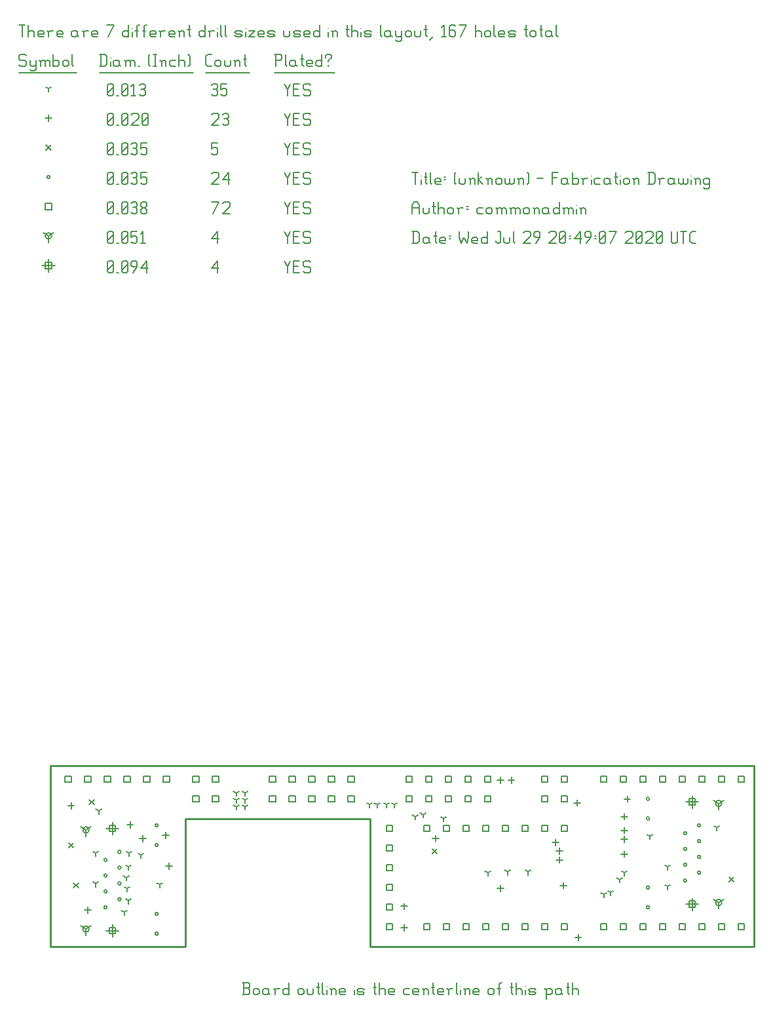
<source format=gbr>
G04 start of page 16 for group -3984 idx -3984 *
G04 Title: (unknown), fab *
G04 Creator: pcb 4.2.0 *
G04 CreationDate: Wed Jul 29 20:49:07 2020 UTC *
G04 For: commonadmin *
G04 Format: Gerber/RS-274X *
G04 PCB-Dimensions (mil): 4000.00 3500.00 *
G04 PCB-Coordinate-Origin: lower left *
%MOIN*%
%FSLAX25Y25*%
%LNFAB*%
%ADD156C,0.0100*%
%ADD155C,0.0075*%
%ADD154C,0.0060*%
%ADD153C,0.0080*%
G54D153*X342500Y91684D02*Y85284D01*
X339300Y88484D02*X345700D01*
X340900Y90084D02*X344100D01*
X340900D02*Y86884D01*
X344100D01*
Y90084D02*Y86884D01*
X342500Y39716D02*Y33316D01*
X339300Y36516D02*X345700D01*
X340900Y38116D02*X344100D01*
X340900D02*Y34916D01*
X344100D01*
Y38116D02*Y34916D01*
X47543Y26239D02*Y19839D01*
X44343Y23039D02*X50743D01*
X45943Y24639D02*X49143D01*
X45943D02*Y21439D01*
X49143D01*
Y24639D02*Y21439D01*
X47543Y78208D02*Y71808D01*
X44343Y75008D02*X50743D01*
X45943Y76608D02*X49143D01*
X45943D02*Y73408D01*
X49143D01*
Y76608D02*Y73408D01*
X15000Y364450D02*Y358050D01*
X11800Y361250D02*X18200D01*
X13400Y362850D02*X16600D01*
X13400D02*Y359650D01*
X16600D01*
Y362850D02*Y359650D01*
G54D154*X135000Y363500D02*X136500Y360500D01*
X138000Y363500D01*
X136500Y360500D02*Y357500D01*
X139800Y360800D02*X142050D01*
X139800Y357500D02*X142800D01*
X139800Y363500D02*Y357500D01*
Y363500D02*X142800D01*
X147600D02*X148350Y362750D01*
X145350Y363500D02*X147600D01*
X144600Y362750D02*X145350Y363500D01*
X144600Y362750D02*Y361250D01*
X145350Y360500D01*
X147600D01*
X148350Y359750D01*
Y358250D01*
X147600Y357500D02*X148350Y358250D01*
X145350Y357500D02*X147600D01*
X144600Y358250D02*X145350Y357500D01*
X98000Y359750D02*X101000Y363500D01*
X98000Y359750D02*X101750D01*
X101000Y363500D02*Y357500D01*
X45000Y358250D02*X45750Y357500D01*
X45000Y362750D02*Y358250D01*
Y362750D02*X45750Y363500D01*
X47250D01*
X48000Y362750D01*
Y358250D01*
X47250Y357500D02*X48000Y358250D01*
X45750Y357500D02*X47250D01*
X45000Y359000D02*X48000Y362000D01*
X49800Y357500D02*X50550D01*
X52350Y358250D02*X53100Y357500D01*
X52350Y362750D02*Y358250D01*
Y362750D02*X53100Y363500D01*
X54600D01*
X55350Y362750D01*
Y358250D01*
X54600Y357500D02*X55350Y358250D01*
X53100Y357500D02*X54600D01*
X52350Y359000D02*X55350Y362000D01*
X57900Y357500D02*X60150Y360500D01*
Y362750D02*Y360500D01*
X59400Y363500D02*X60150Y362750D01*
X57900Y363500D02*X59400D01*
X57150Y362750D02*X57900Y363500D01*
X57150Y362750D02*Y361250D01*
X57900Y360500D01*
X60150D01*
X61950Y359750D02*X64950Y363500D01*
X61950Y359750D02*X65700D01*
X64950Y363500D02*Y357500D01*
X356004Y37303D02*Y34103D01*
Y37303D02*X358777Y38903D01*
X356004Y37303D02*X353231Y38903D01*
X354404Y37303D02*G75*G03X357604Y37303I1600J0D01*G01*
G75*G03X354404Y37303I-1600J0D01*G01*
X356004Y87697D02*Y84497D01*
Y87697D02*X358777Y89297D01*
X356004Y87697D02*X353231Y89297D01*
X354404Y87697D02*G75*G03X357604Y87697I1600J0D01*G01*
G75*G03X354404Y87697I-1600J0D01*G01*
X34039Y74220D02*Y71020D01*
Y74220D02*X36813Y75820D01*
X34039Y74220D02*X31266Y75820D01*
X32439Y74220D02*G75*G03X35639Y74220I1600J0D01*G01*
G75*G03X32439Y74220I-1600J0D01*G01*
X34039Y23827D02*Y20627D01*
Y23827D02*X36813Y25427D01*
X34039Y23827D02*X31266Y25427D01*
X32439Y23827D02*G75*G03X35639Y23827I1600J0D01*G01*
G75*G03X32439Y23827I-1600J0D01*G01*
X15000Y376250D02*Y373050D01*
Y376250D02*X17773Y377850D01*
X15000Y376250D02*X12227Y377850D01*
X13400Y376250D02*G75*G03X16600Y376250I1600J0D01*G01*
G75*G03X13400Y376250I-1600J0D01*G01*
X135000Y378500D02*X136500Y375500D01*
X138000Y378500D01*
X136500Y375500D02*Y372500D01*
X139800Y375800D02*X142050D01*
X139800Y372500D02*X142800D01*
X139800Y378500D02*Y372500D01*
Y378500D02*X142800D01*
X147600D02*X148350Y377750D01*
X145350Y378500D02*X147600D01*
X144600Y377750D02*X145350Y378500D01*
X144600Y377750D02*Y376250D01*
X145350Y375500D01*
X147600D01*
X148350Y374750D01*
Y373250D01*
X147600Y372500D02*X148350Y373250D01*
X145350Y372500D02*X147600D01*
X144600Y373250D02*X145350Y372500D01*
X98000Y374750D02*X101000Y378500D01*
X98000Y374750D02*X101750D01*
X101000Y378500D02*Y372500D01*
X45000Y373250D02*X45750Y372500D01*
X45000Y377750D02*Y373250D01*
Y377750D02*X45750Y378500D01*
X47250D01*
X48000Y377750D01*
Y373250D01*
X47250Y372500D02*X48000Y373250D01*
X45750Y372500D02*X47250D01*
X45000Y374000D02*X48000Y377000D01*
X49800Y372500D02*X50550D01*
X52350Y373250D02*X53100Y372500D01*
X52350Y377750D02*Y373250D01*
Y377750D02*X53100Y378500D01*
X54600D01*
X55350Y377750D01*
Y373250D01*
X54600Y372500D02*X55350Y373250D01*
X53100Y372500D02*X54600D01*
X52350Y374000D02*X55350Y377000D01*
X57150Y378500D02*X60150D01*
X57150D02*Y375500D01*
X57900Y376250D01*
X59400D01*
X60150Y375500D01*
Y373250D01*
X59400Y372500D02*X60150Y373250D01*
X57900Y372500D02*X59400D01*
X57150Y373250D02*X57900Y372500D01*
X61950Y377300D02*X63150Y378500D01*
Y372500D01*
X61950D02*X64200D01*
X186900Y76600D02*X190100D01*
X186900D02*Y73400D01*
X190100D01*
Y76600D02*Y73400D01*
X186900Y66600D02*X190100D01*
X186900D02*Y63400D01*
X190100D01*
Y66600D02*Y63400D01*
X186900Y56600D02*X190100D01*
X186900D02*Y53400D01*
X190100D01*
Y56600D02*Y53400D01*
X186900Y46600D02*X190100D01*
X186900D02*Y43400D01*
X190100D01*
Y46600D02*Y43400D01*
X186900Y36600D02*X190100D01*
X186900D02*Y33400D01*
X190100D01*
Y36600D02*Y33400D01*
X186900Y26600D02*X190100D01*
X186900D02*Y23400D01*
X190100D01*
Y26600D02*Y23400D01*
X275900Y76600D02*X279100D01*
X275900D02*Y73400D01*
X279100D01*
Y76600D02*Y73400D01*
X265900Y76600D02*X269100D01*
X265900D02*Y73400D01*
X269100D01*
Y76600D02*Y73400D01*
X255900Y76600D02*X259100D01*
X255900D02*Y73400D01*
X259100D01*
Y76600D02*Y73400D01*
X245900Y76600D02*X249100D01*
X245900D02*Y73400D01*
X249100D01*
Y76600D02*Y73400D01*
X235900Y76600D02*X239100D01*
X235900D02*Y73400D01*
X239100D01*
Y76600D02*Y73400D01*
X225900Y76600D02*X229100D01*
X225900D02*Y73400D01*
X229100D01*
Y76600D02*Y73400D01*
X215900Y76600D02*X219100D01*
X215900D02*Y73400D01*
X219100D01*
Y76600D02*Y73400D01*
X205900Y76600D02*X209100D01*
X205900D02*Y73400D01*
X209100D01*
Y76600D02*Y73400D01*
X275900Y26600D02*X279100D01*
X275900D02*Y23400D01*
X279100D01*
Y26600D02*Y23400D01*
X265900Y26600D02*X269100D01*
X265900D02*Y23400D01*
X269100D01*
Y26600D02*Y23400D01*
X255900Y26600D02*X259100D01*
X255900D02*Y23400D01*
X259100D01*
Y26600D02*Y23400D01*
X245900Y26600D02*X249100D01*
X245900D02*Y23400D01*
X249100D01*
Y26600D02*Y23400D01*
X235900Y26600D02*X239100D01*
X235900D02*Y23400D01*
X239100D01*
Y26600D02*Y23400D01*
X225900Y26600D02*X229100D01*
X225900D02*Y23400D01*
X229100D01*
Y26600D02*Y23400D01*
X215900Y26600D02*X219100D01*
X215900D02*Y23400D01*
X219100D01*
Y26600D02*Y23400D01*
X205900Y26600D02*X209100D01*
X205900D02*Y23400D01*
X209100D01*
Y26600D02*Y23400D01*
X365900Y101600D02*X369100D01*
X365900D02*Y98400D01*
X369100D01*
Y101600D02*Y98400D01*
X355900Y101600D02*X359100D01*
X355900D02*Y98400D01*
X359100D01*
Y101600D02*Y98400D01*
X345900Y101600D02*X349100D01*
X345900D02*Y98400D01*
X349100D01*
Y101600D02*Y98400D01*
X335900Y101600D02*X339100D01*
X335900D02*Y98400D01*
X339100D01*
Y101600D02*Y98400D01*
X325900Y101600D02*X329100D01*
X325900D02*Y98400D01*
X329100D01*
Y101600D02*Y98400D01*
X315900Y101600D02*X319100D01*
X315900D02*Y98400D01*
X319100D01*
Y101600D02*Y98400D01*
X305900Y101600D02*X309100D01*
X305900D02*Y98400D01*
X309100D01*
Y101600D02*Y98400D01*
X295900Y101600D02*X299100D01*
X295900D02*Y98400D01*
X299100D01*
Y101600D02*Y98400D01*
X365900Y26600D02*X369100D01*
X365900D02*Y23400D01*
X369100D01*
Y26600D02*Y23400D01*
X355900Y26600D02*X359100D01*
X355900D02*Y23400D01*
X359100D01*
Y26600D02*Y23400D01*
X345900Y26600D02*X349100D01*
X345900D02*Y23400D01*
X349100D01*
Y26600D02*Y23400D01*
X335900Y26600D02*X339100D01*
X335900D02*Y23400D01*
X339100D01*
Y26600D02*Y23400D01*
X325900Y26600D02*X329100D01*
X325900D02*Y23400D01*
X329100D01*
Y26600D02*Y23400D01*
X315900Y26600D02*X319100D01*
X315900D02*Y23400D01*
X319100D01*
Y26600D02*Y23400D01*
X305900Y26600D02*X309100D01*
X305900D02*Y23400D01*
X309100D01*
Y26600D02*Y23400D01*
X295900Y26600D02*X299100D01*
X295900D02*Y23400D01*
X299100D01*
Y26600D02*Y23400D01*
X127400Y91600D02*X130600D01*
X127400D02*Y88400D01*
X130600D01*
Y91600D02*Y88400D01*
X127400Y101600D02*X130600D01*
X127400D02*Y98400D01*
X130600D01*
Y101600D02*Y98400D01*
X137400Y91600D02*X140600D01*
X137400D02*Y88400D01*
X140600D01*
Y91600D02*Y88400D01*
X137400Y101600D02*X140600D01*
X137400D02*Y98400D01*
X140600D01*
Y101600D02*Y98400D01*
X147400Y91600D02*X150600D01*
X147400D02*Y88400D01*
X150600D01*
Y91600D02*Y88400D01*
X147400Y101600D02*X150600D01*
X147400D02*Y98400D01*
X150600D01*
Y101600D02*Y98400D01*
X157400Y91600D02*X160600D01*
X157400D02*Y88400D01*
X160600D01*
Y91600D02*Y88400D01*
X157400Y101600D02*X160600D01*
X157400D02*Y98400D01*
X160600D01*
Y101600D02*Y98400D01*
X167400Y91600D02*X170600D01*
X167400D02*Y88400D01*
X170600D01*
Y91600D02*Y88400D01*
X167400Y101600D02*X170600D01*
X167400D02*Y98400D01*
X170600D01*
Y101600D02*Y98400D01*
X196900Y91600D02*X200100D01*
X196900D02*Y88400D01*
X200100D01*
Y91600D02*Y88400D01*
X196900Y101600D02*X200100D01*
X196900D02*Y98400D01*
X200100D01*
Y101600D02*Y98400D01*
X206900Y91600D02*X210100D01*
X206900D02*Y88400D01*
X210100D01*
Y91600D02*Y88400D01*
X206900Y101600D02*X210100D01*
X206900D02*Y98400D01*
X210100D01*
Y101600D02*Y98400D01*
X216900Y91600D02*X220100D01*
X216900D02*Y88400D01*
X220100D01*
Y91600D02*Y88400D01*
X216900Y101600D02*X220100D01*
X216900D02*Y98400D01*
X220100D01*
Y101600D02*Y98400D01*
X226900Y91600D02*X230100D01*
X226900D02*Y88400D01*
X230100D01*
Y91600D02*Y88400D01*
X226900Y101600D02*X230100D01*
X226900D02*Y98400D01*
X230100D01*
Y101600D02*Y98400D01*
X236900Y91600D02*X240100D01*
X236900D02*Y88400D01*
X240100D01*
Y91600D02*Y88400D01*
X236900Y101600D02*X240100D01*
X236900D02*Y98400D01*
X240100D01*
Y101600D02*Y98400D01*
X23400Y101600D02*X26600D01*
X23400D02*Y98400D01*
X26600D01*
Y101600D02*Y98400D01*
X33400Y101600D02*X36600D01*
X33400D02*Y98400D01*
X36600D01*
Y101600D02*Y98400D01*
X43400Y101600D02*X46600D01*
X43400D02*Y98400D01*
X46600D01*
Y101600D02*Y98400D01*
X53400Y101600D02*X56600D01*
X53400D02*Y98400D01*
X56600D01*
Y101600D02*Y98400D01*
X63400Y101600D02*X66600D01*
X63400D02*Y98400D01*
X66600D01*
Y101600D02*Y98400D01*
X73400Y101600D02*X76600D01*
X73400D02*Y98400D01*
X76600D01*
Y101600D02*Y98400D01*
X88400Y101600D02*X91600D01*
X88400D02*Y98400D01*
X91600D01*
Y101600D02*Y98400D01*
X88400Y91600D02*X91600D01*
X88400D02*Y88400D01*
X91600D01*
Y91600D02*Y88400D01*
X98400Y91600D02*X101600D01*
X98400D02*Y88400D01*
X101600D01*
Y91600D02*Y88400D01*
X98400Y101600D02*X101600D01*
X98400D02*Y98400D01*
X101600D01*
Y101600D02*Y98400D01*
X265900Y101600D02*X269100D01*
X265900D02*Y98400D01*
X269100D01*
Y101600D02*Y98400D01*
X265900Y91600D02*X269100D01*
X265900D02*Y88400D01*
X269100D01*
Y91600D02*Y88400D01*
X275900Y91600D02*X279100D01*
X275900D02*Y88400D01*
X279100D01*
Y91600D02*Y88400D01*
X275900Y101600D02*X279100D01*
X275900D02*Y98400D01*
X279100D01*
Y101600D02*Y98400D01*
X13400Y392850D02*X16600D01*
X13400D02*Y389650D01*
X16600D01*
Y392850D02*Y389650D01*
X135000Y393500D02*X136500Y390500D01*
X138000Y393500D01*
X136500Y390500D02*Y387500D01*
X139800Y390800D02*X142050D01*
X139800Y387500D02*X142800D01*
X139800Y393500D02*Y387500D01*
Y393500D02*X142800D01*
X147600D02*X148350Y392750D01*
X145350Y393500D02*X147600D01*
X144600Y392750D02*X145350Y393500D01*
X144600Y392750D02*Y391250D01*
X145350Y390500D01*
X147600D01*
X148350Y389750D01*
Y388250D01*
X147600Y387500D02*X148350Y388250D01*
X145350Y387500D02*X147600D01*
X144600Y388250D02*X145350Y387500D01*
X98750D02*X101750Y393500D01*
X98000D02*X101750D01*
X103550Y392750D02*X104300Y393500D01*
X106550D01*
X107300Y392750D01*
Y391250D01*
X103550Y387500D02*X107300Y391250D01*
X103550Y387500D02*X107300D01*
X45000Y388250D02*X45750Y387500D01*
X45000Y392750D02*Y388250D01*
Y392750D02*X45750Y393500D01*
X47250D01*
X48000Y392750D01*
Y388250D01*
X47250Y387500D02*X48000Y388250D01*
X45750Y387500D02*X47250D01*
X45000Y389000D02*X48000Y392000D01*
X49800Y387500D02*X50550D01*
X52350Y388250D02*X53100Y387500D01*
X52350Y392750D02*Y388250D01*
Y392750D02*X53100Y393500D01*
X54600D01*
X55350Y392750D01*
Y388250D01*
X54600Y387500D02*X55350Y388250D01*
X53100Y387500D02*X54600D01*
X52350Y389000D02*X55350Y392000D01*
X57150Y392750D02*X57900Y393500D01*
X59400D01*
X60150Y392750D01*
X59400Y387500D02*X60150Y388250D01*
X57900Y387500D02*X59400D01*
X57150Y388250D02*X57900Y387500D01*
Y390800D02*X59400D01*
X60150Y392750D02*Y391550D01*
Y390050D02*Y388250D01*
Y390050D02*X59400Y390800D01*
X60150Y391550D02*X59400Y390800D01*
X61950Y388250D02*X62700Y387500D01*
X61950Y389450D02*Y388250D01*
Y389450D02*X63000Y390500D01*
X63900D01*
X64950Y389450D01*
Y388250D01*
X64200Y387500D02*X64950Y388250D01*
X62700Y387500D02*X64200D01*
X61950Y391550D02*X63000Y390500D01*
X61950Y392750D02*Y391550D01*
Y392750D02*X62700Y393500D01*
X64200D01*
X64950Y392750D01*
Y391550D01*
X63900Y390500D02*X64950Y391550D01*
X319220Y44980D02*G75*G03X320820Y44980I800J0D01*G01*
G75*G03X319220Y44980I-800J0D01*G01*
Y34941D02*G75*G03X320820Y34941I800J0D01*G01*
G75*G03X319220Y34941I-800J0D01*G01*
X345243Y60492D02*G75*G03X346843Y60492I800J0D01*G01*
G75*G03X345243Y60492I-800J0D01*G01*
Y52461D02*G75*G03X346843Y52461I800J0D01*G01*
G75*G03X345243Y52461I-800J0D01*G01*
Y68524D02*G75*G03X346843Y68524I800J0D01*G01*
G75*G03X345243Y68524I-800J0D01*G01*
Y76555D02*G75*G03X346843Y76555I800J0D01*G01*
G75*G03X345243Y76555I-800J0D01*G01*
X338157Y64508D02*G75*G03X339757Y64508I800J0D01*G01*
G75*G03X338157Y64508I-800J0D01*G01*
Y72539D02*G75*G03X339757Y72539I800J0D01*G01*
G75*G03X338157Y72539I-800J0D01*G01*
Y56476D02*G75*G03X339757Y56476I800J0D01*G01*
G75*G03X338157Y56476I-800J0D01*G01*
Y48445D02*G75*G03X339757Y48445I800J0D01*G01*
G75*G03X338157Y48445I-800J0D01*G01*
X319220Y90059D02*G75*G03X320820Y90059I800J0D01*G01*
G75*G03X319220Y90059I-800J0D01*G01*
Y80020D02*G75*G03X320820Y80020I800J0D01*G01*
G75*G03X319220Y80020I-800J0D01*G01*
X69224Y66543D02*G75*G03X70824Y66543I800J0D01*G01*
G75*G03X69224Y66543I-800J0D01*G01*
Y76583D02*G75*G03X70824Y76583I800J0D01*G01*
G75*G03X69224Y76583I-800J0D01*G01*
X43200Y51031D02*G75*G03X44800Y51031I800J0D01*G01*
G75*G03X43200Y51031I-800J0D01*G01*
Y59063D02*G75*G03X44800Y59063I800J0D01*G01*
G75*G03X43200Y59063I-800J0D01*G01*
Y43000D02*G75*G03X44800Y43000I800J0D01*G01*
G75*G03X43200Y43000I-800J0D01*G01*
Y34969D02*G75*G03X44800Y34969I800J0D01*G01*
G75*G03X43200Y34969I-800J0D01*G01*
X50287Y47016D02*G75*G03X51887Y47016I800J0D01*G01*
G75*G03X50287Y47016I-800J0D01*G01*
Y38984D02*G75*G03X51887Y38984I800J0D01*G01*
G75*G03X50287Y38984I-800J0D01*G01*
Y55047D02*G75*G03X51887Y55047I800J0D01*G01*
G75*G03X50287Y55047I-800J0D01*G01*
Y63079D02*G75*G03X51887Y63079I800J0D01*G01*
G75*G03X50287Y63079I-800J0D01*G01*
X69224Y21465D02*G75*G03X70824Y21465I800J0D01*G01*
G75*G03X69224Y21465I-800J0D01*G01*
Y31504D02*G75*G03X70824Y31504I800J0D01*G01*
G75*G03X69224Y31504I-800J0D01*G01*
X14200Y406250D02*G75*G03X15800Y406250I800J0D01*G01*
G75*G03X14200Y406250I-800J0D01*G01*
X135000Y408500D02*X136500Y405500D01*
X138000Y408500D01*
X136500Y405500D02*Y402500D01*
X139800Y405800D02*X142050D01*
X139800Y402500D02*X142800D01*
X139800Y408500D02*Y402500D01*
Y408500D02*X142800D01*
X147600D02*X148350Y407750D01*
X145350Y408500D02*X147600D01*
X144600Y407750D02*X145350Y408500D01*
X144600Y407750D02*Y406250D01*
X145350Y405500D01*
X147600D01*
X148350Y404750D01*
Y403250D01*
X147600Y402500D02*X148350Y403250D01*
X145350Y402500D02*X147600D01*
X144600Y403250D02*X145350Y402500D01*
X98000Y407750D02*X98750Y408500D01*
X101000D01*
X101750Y407750D01*
Y406250D01*
X98000Y402500D02*X101750Y406250D01*
X98000Y402500D02*X101750D01*
X103550Y404750D02*X106550Y408500D01*
X103550Y404750D02*X107300D01*
X106550Y408500D02*Y402500D01*
X45000Y403250D02*X45750Y402500D01*
X45000Y407750D02*Y403250D01*
Y407750D02*X45750Y408500D01*
X47250D01*
X48000Y407750D01*
Y403250D01*
X47250Y402500D02*X48000Y403250D01*
X45750Y402500D02*X47250D01*
X45000Y404000D02*X48000Y407000D01*
X49800Y402500D02*X50550D01*
X52350Y403250D02*X53100Y402500D01*
X52350Y407750D02*Y403250D01*
Y407750D02*X53100Y408500D01*
X54600D01*
X55350Y407750D01*
Y403250D01*
X54600Y402500D02*X55350Y403250D01*
X53100Y402500D02*X54600D01*
X52350Y404000D02*X55350Y407000D01*
X57150Y407750D02*X57900Y408500D01*
X59400D01*
X60150Y407750D01*
X59400Y402500D02*X60150Y403250D01*
X57900Y402500D02*X59400D01*
X57150Y403250D02*X57900Y402500D01*
Y405800D02*X59400D01*
X60150Y407750D02*Y406550D01*
Y405050D02*Y403250D01*
Y405050D02*X59400Y405800D01*
X60150Y406550D02*X59400Y405800D01*
X61950Y408500D02*X64950D01*
X61950D02*Y405500D01*
X62700Y406250D01*
X64200D01*
X64950Y405500D01*
Y403250D01*
X64200Y402500D02*X64950Y403250D01*
X62700Y402500D02*X64200D01*
X61950Y403250D02*X62700Y402500D01*
X361300Y50169D02*X363700Y47769D01*
X361300D02*X363700Y50169D01*
X210300Y64669D02*X212700Y62269D01*
X210300D02*X212700Y64669D01*
X27800Y47169D02*X30200Y44769D01*
X27800D02*X30200Y47169D01*
X25300Y67700D02*X27700Y65300D01*
X25300D02*X27700Y67700D01*
X35800Y89700D02*X38200Y87300D01*
X35800D02*X38200Y89700D01*
X13800Y422450D02*X16200Y420050D01*
X13800D02*X16200Y422450D01*
X135000Y423500D02*X136500Y420500D01*
X138000Y423500D01*
X136500Y420500D02*Y417500D01*
X139800Y420800D02*X142050D01*
X139800Y417500D02*X142800D01*
X139800Y423500D02*Y417500D01*
Y423500D02*X142800D01*
X147600D02*X148350Y422750D01*
X145350Y423500D02*X147600D01*
X144600Y422750D02*X145350Y423500D01*
X144600Y422750D02*Y421250D01*
X145350Y420500D01*
X147600D01*
X148350Y419750D01*
Y418250D01*
X147600Y417500D02*X148350Y418250D01*
X145350Y417500D02*X147600D01*
X144600Y418250D02*X145350Y417500D01*
X98000Y423500D02*X101000D01*
X98000D02*Y420500D01*
X98750Y421250D01*
X100250D01*
X101000Y420500D01*
Y418250D01*
X100250Y417500D02*X101000Y418250D01*
X98750Y417500D02*X100250D01*
X98000Y418250D02*X98750Y417500D01*
X45000Y418250D02*X45750Y417500D01*
X45000Y422750D02*Y418250D01*
Y422750D02*X45750Y423500D01*
X47250D01*
X48000Y422750D01*
Y418250D01*
X47250Y417500D02*X48000Y418250D01*
X45750Y417500D02*X47250D01*
X45000Y419000D02*X48000Y422000D01*
X49800Y417500D02*X50550D01*
X52350Y418250D02*X53100Y417500D01*
X52350Y422750D02*Y418250D01*
Y422750D02*X53100Y423500D01*
X54600D01*
X55350Y422750D01*
Y418250D01*
X54600Y417500D02*X55350Y418250D01*
X53100Y417500D02*X54600D01*
X52350Y419000D02*X55350Y422000D01*
X57150Y422750D02*X57900Y423500D01*
X59400D01*
X60150Y422750D01*
X59400Y417500D02*X60150Y418250D01*
X57900Y417500D02*X59400D01*
X57150Y418250D02*X57900Y417500D01*
Y420800D02*X59400D01*
X60150Y422750D02*Y421550D01*
Y420050D02*Y418250D01*
Y420050D02*X59400Y420800D01*
X60150Y421550D02*X59400Y420800D01*
X61950Y423500D02*X64950D01*
X61950D02*Y420500D01*
X62700Y421250D01*
X64200D01*
X64950Y420500D01*
Y418250D01*
X64200Y417500D02*X64950Y418250D01*
X62700Y417500D02*X64200D01*
X61950Y418250D02*X62700Y417500D01*
X273000Y69569D02*Y66369D01*
X271400Y67969D02*X274600D01*
X56500Y78569D02*Y75369D01*
X54900Y76969D02*X58100D01*
X35000Y35069D02*Y31869D01*
X33400Y33469D02*X36600D01*
X63000Y71526D02*Y68326D01*
X61400Y69926D02*X64600D01*
X275000Y60600D02*Y57400D01*
X273400Y59000D02*X276600D01*
X275000Y65100D02*Y61900D01*
X273400Y63500D02*X276600D01*
X308000Y63600D02*Y60400D01*
X306400Y62000D02*X309600D01*
X308000Y82600D02*Y79400D01*
X306400Y81000D02*X309600D01*
X308000Y75600D02*Y72400D01*
X306400Y74000D02*X309600D01*
X308000Y71100D02*Y67900D01*
X306400Y69500D02*X309600D01*
X245000Y46069D02*Y42869D01*
X243400Y44469D02*X246600D01*
X277000Y47600D02*Y44400D01*
X275400Y46000D02*X278600D01*
X250500Y101100D02*Y97900D01*
X248900Y99500D02*X252100D01*
X245000Y101100D02*Y97900D01*
X243400Y99500D02*X246600D01*
X212000Y71600D02*Y68400D01*
X210400Y70000D02*X213600D01*
X284000Y89600D02*Y86400D01*
X282400Y88000D02*X285600D01*
X309500Y91600D02*Y88400D01*
X307900Y90000D02*X311100D01*
X196000Y26100D02*Y22900D01*
X194400Y24500D02*X197600D01*
X284500Y21100D02*Y17900D01*
X282900Y19500D02*X286100D01*
X196000Y37014D02*Y33814D01*
X194400Y35414D02*X197600D01*
X76400Y57400D02*Y54200D01*
X74800Y55800D02*X78000D01*
X74600Y73200D02*Y70000D01*
X73000Y71600D02*X76200D01*
X26500Y88100D02*Y84900D01*
X24900Y86500D02*X28100D01*
X15000Y437850D02*Y434650D01*
X13400Y436250D02*X16600D01*
X135000Y438500D02*X136500Y435500D01*
X138000Y438500D01*
X136500Y435500D02*Y432500D01*
X139800Y435800D02*X142050D01*
X139800Y432500D02*X142800D01*
X139800Y438500D02*Y432500D01*
Y438500D02*X142800D01*
X147600D02*X148350Y437750D01*
X145350Y438500D02*X147600D01*
X144600Y437750D02*X145350Y438500D01*
X144600Y437750D02*Y436250D01*
X145350Y435500D01*
X147600D01*
X148350Y434750D01*
Y433250D01*
X147600Y432500D02*X148350Y433250D01*
X145350Y432500D02*X147600D01*
X144600Y433250D02*X145350Y432500D01*
X98000Y437750D02*X98750Y438500D01*
X101000D01*
X101750Y437750D01*
Y436250D01*
X98000Y432500D02*X101750Y436250D01*
X98000Y432500D02*X101750D01*
X103550Y437750D02*X104300Y438500D01*
X105800D01*
X106550Y437750D01*
X105800Y432500D02*X106550Y433250D01*
X104300Y432500D02*X105800D01*
X103550Y433250D02*X104300Y432500D01*
Y435800D02*X105800D01*
X106550Y437750D02*Y436550D01*
Y435050D02*Y433250D01*
Y435050D02*X105800Y435800D01*
X106550Y436550D02*X105800Y435800D01*
X45000Y433250D02*X45750Y432500D01*
X45000Y437750D02*Y433250D01*
Y437750D02*X45750Y438500D01*
X47250D01*
X48000Y437750D01*
Y433250D01*
X47250Y432500D02*X48000Y433250D01*
X45750Y432500D02*X47250D01*
X45000Y434000D02*X48000Y437000D01*
X49800Y432500D02*X50550D01*
X52350Y433250D02*X53100Y432500D01*
X52350Y437750D02*Y433250D01*
Y437750D02*X53100Y438500D01*
X54600D01*
X55350Y437750D01*
Y433250D01*
X54600Y432500D02*X55350Y433250D01*
X53100Y432500D02*X54600D01*
X52350Y434000D02*X55350Y437000D01*
X57150Y437750D02*X57900Y438500D01*
X60150D01*
X60900Y437750D01*
Y436250D01*
X57150Y432500D02*X60900Y436250D01*
X57150Y432500D02*X60900D01*
X62700Y433250D02*X63450Y432500D01*
X62700Y437750D02*Y433250D01*
Y437750D02*X63450Y438500D01*
X64950D01*
X65700Y437750D01*
Y433250D01*
X64950Y432500D02*X65700Y433250D01*
X63450Y432500D02*X64950D01*
X62700Y434000D02*X65700Y437000D01*
X238500Y52469D02*Y50869D01*
Y52469D02*X239887Y53269D01*
X238500Y52469D02*X237113Y53269D01*
X248500Y52969D02*Y51369D01*
Y52969D02*X249887Y53769D01*
X248500Y52969D02*X247113Y53769D01*
X259000Y52969D02*Y51369D01*
Y52969D02*X260387Y53769D01*
X259000Y52969D02*X257613Y53769D01*
X39000Y62469D02*Y60869D01*
Y62469D02*X40387Y63269D01*
X39000Y62469D02*X37613Y63269D01*
X39000Y46969D02*Y45369D01*
Y46969D02*X40387Y47769D01*
X39000Y46969D02*X37613Y47769D01*
X40500Y83969D02*Y82369D01*
Y83969D02*X41887Y84769D01*
X40500Y83969D02*X39113Y84769D01*
X205500Y82000D02*Y80400D01*
Y82000D02*X206887Y82800D01*
X205500Y82000D02*X204113Y82800D01*
X216000Y80000D02*Y78400D01*
Y80000D02*X217387Y80800D01*
X216000Y80000D02*X214613Y80800D01*
X201500Y81000D02*Y79400D01*
Y81000D02*X202887Y81800D01*
X201500Y81000D02*X200113Y81800D01*
X187000Y87200D02*Y85600D01*
Y87200D02*X188387Y88000D01*
X187000Y87200D02*X185613Y88000D01*
X190900Y87200D02*Y85600D01*
Y87200D02*X192287Y88000D01*
X190900Y87200D02*X189513Y88000D01*
X178300Y87200D02*Y85600D01*
Y87200D02*X179687Y88000D01*
X178300Y87200D02*X176913Y88000D01*
X182200Y87200D02*Y85600D01*
Y87200D02*X183587Y88000D01*
X182200Y87200D02*X180813Y88000D01*
X308000Y52500D02*Y50900D01*
Y52500D02*X309387Y53300D01*
X308000Y52500D02*X306613Y53300D01*
X305500Y49000D02*Y47400D01*
Y49000D02*X306887Y49800D01*
X305500Y49000D02*X304113Y49800D01*
X297500Y41500D02*Y39900D01*
Y41500D02*X298887Y42300D01*
X297500Y41500D02*X296113Y42300D01*
X301000Y42500D02*Y40900D01*
Y42500D02*X302387Y43300D01*
X301000Y42500D02*X299613Y43300D01*
X330000Y55500D02*Y53900D01*
Y55500D02*X331387Y56300D01*
X330000Y55500D02*X328613Y56300D01*
X330000Y45500D02*Y43900D01*
Y45500D02*X331387Y46300D01*
X330000Y45500D02*X328613Y46300D01*
X321000Y71000D02*Y69400D01*
Y71000D02*X322387Y71800D01*
X321000Y71000D02*X319613Y71800D01*
X355000Y75500D02*Y73900D01*
Y75500D02*X356387Y76300D01*
X355000Y75500D02*X353613Y76300D01*
X55700Y55500D02*Y53900D01*
Y55500D02*X57087Y56300D01*
X55700Y55500D02*X54313Y56300D01*
X55000Y44500D02*Y42900D01*
Y44500D02*X56387Y45300D01*
X55000Y44500D02*X53613Y45300D01*
X55600Y38300D02*Y36700D01*
Y38300D02*X56987Y39100D01*
X55600Y38300D02*X54213Y39100D01*
X54500Y50000D02*Y48400D01*
Y50000D02*X55887Y50800D01*
X54500Y50000D02*X53113Y50800D01*
X53500Y32500D02*Y30900D01*
Y32500D02*X54887Y33300D01*
X53500Y32500D02*X52113Y33300D01*
X56000Y62500D02*Y60900D01*
Y62500D02*X57387Y63300D01*
X56000Y62500D02*X54613Y63300D01*
X62000Y61500D02*Y59900D01*
Y61500D02*X63387Y62300D01*
X62000Y61500D02*X60613Y62300D01*
X71500Y46500D02*Y44900D01*
Y46500D02*X72887Y47300D01*
X71500Y46500D02*X70113Y47300D01*
X110500Y86000D02*Y84400D01*
Y86000D02*X111887Y86800D01*
X110500Y86000D02*X109113Y86800D01*
X115000Y86000D02*Y84400D01*
Y86000D02*X116387Y86800D01*
X115000Y86000D02*X113613Y86800D01*
X115000Y89500D02*Y87900D01*
Y89500D02*X116387Y90300D01*
X115000Y89500D02*X113613Y90300D01*
X110500Y89500D02*Y87900D01*
Y89500D02*X111887Y90300D01*
X110500Y89500D02*X109113Y90300D01*
X110500Y93000D02*Y91400D01*
Y93000D02*X111887Y93800D01*
X110500Y93000D02*X109113Y93800D01*
X115000Y93000D02*Y91400D01*
Y93000D02*X116387Y93800D01*
X115000Y93000D02*X113613Y93800D01*
X15000Y451250D02*Y449650D01*
Y451250D02*X16387Y452050D01*
X15000Y451250D02*X13613Y452050D01*
X135000Y453500D02*X136500Y450500D01*
X138000Y453500D01*
X136500Y450500D02*Y447500D01*
X139800Y450800D02*X142050D01*
X139800Y447500D02*X142800D01*
X139800Y453500D02*Y447500D01*
Y453500D02*X142800D01*
X147600D02*X148350Y452750D01*
X145350Y453500D02*X147600D01*
X144600Y452750D02*X145350Y453500D01*
X144600Y452750D02*Y451250D01*
X145350Y450500D01*
X147600D01*
X148350Y449750D01*
Y448250D01*
X147600Y447500D02*X148350Y448250D01*
X145350Y447500D02*X147600D01*
X144600Y448250D02*X145350Y447500D01*
X98000Y452750D02*X98750Y453500D01*
X100250D01*
X101000Y452750D01*
X100250Y447500D02*X101000Y448250D01*
X98750Y447500D02*X100250D01*
X98000Y448250D02*X98750Y447500D01*
Y450800D02*X100250D01*
X101000Y452750D02*Y451550D01*
Y450050D02*Y448250D01*
Y450050D02*X100250Y450800D01*
X101000Y451550D02*X100250Y450800D01*
X102800Y453500D02*X105800D01*
X102800D02*Y450500D01*
X103550Y451250D01*
X105050D01*
X105800Y450500D01*
Y448250D01*
X105050Y447500D02*X105800Y448250D01*
X103550Y447500D02*X105050D01*
X102800Y448250D02*X103550Y447500D01*
X45000Y448250D02*X45750Y447500D01*
X45000Y452750D02*Y448250D01*
Y452750D02*X45750Y453500D01*
X47250D01*
X48000Y452750D01*
Y448250D01*
X47250Y447500D02*X48000Y448250D01*
X45750Y447500D02*X47250D01*
X45000Y449000D02*X48000Y452000D01*
X49800Y447500D02*X50550D01*
X52350Y448250D02*X53100Y447500D01*
X52350Y452750D02*Y448250D01*
Y452750D02*X53100Y453500D01*
X54600D01*
X55350Y452750D01*
Y448250D01*
X54600Y447500D02*X55350Y448250D01*
X53100Y447500D02*X54600D01*
X52350Y449000D02*X55350Y452000D01*
X57150Y452300D02*X58350Y453500D01*
Y447500D01*
X57150D02*X59400D01*
X61200Y452750D02*X61950Y453500D01*
X63450D01*
X64200Y452750D01*
X63450Y447500D02*X64200Y448250D01*
X61950Y447500D02*X63450D01*
X61200Y448250D02*X61950Y447500D01*
Y450800D02*X63450D01*
X64200Y452750D02*Y451550D01*
Y450050D02*Y448250D01*
Y450050D02*X63450Y450800D01*
X64200Y451550D02*X63450Y450800D01*
X3000Y468500D02*X3750Y467750D01*
X750Y468500D02*X3000D01*
X0Y467750D02*X750Y468500D01*
X0Y467750D02*Y466250D01*
X750Y465500D01*
X3000D01*
X3750Y464750D01*
Y463250D01*
X3000Y462500D02*X3750Y463250D01*
X750Y462500D02*X3000D01*
X0Y463250D02*X750Y462500D01*
X5550Y465500D02*Y463250D01*
X6300Y462500D01*
X8550Y465500D02*Y461000D01*
X7800Y460250D02*X8550Y461000D01*
X6300Y460250D02*X7800D01*
X5550Y461000D02*X6300Y460250D01*
Y462500D02*X7800D01*
X8550Y463250D01*
X11100Y464750D02*Y462500D01*
Y464750D02*X11850Y465500D01*
X12600D01*
X13350Y464750D01*
Y462500D01*
Y464750D02*X14100Y465500D01*
X14850D01*
X15600Y464750D01*
Y462500D01*
X10350Y465500D02*X11100Y464750D01*
X17400Y468500D02*Y462500D01*
Y463250D02*X18150Y462500D01*
X19650D01*
X20400Y463250D01*
Y464750D02*Y463250D01*
X19650Y465500D02*X20400Y464750D01*
X18150Y465500D02*X19650D01*
X17400Y464750D02*X18150Y465500D01*
X22200Y464750D02*Y463250D01*
Y464750D02*X22950Y465500D01*
X24450D01*
X25200Y464750D01*
Y463250D01*
X24450Y462500D02*X25200Y463250D01*
X22950Y462500D02*X24450D01*
X22200Y463250D02*X22950Y462500D01*
X27000Y468500D02*Y463250D01*
X27750Y462500D01*
X0Y459250D02*X29250D01*
X41750Y468500D02*Y462500D01*
X43700Y468500D02*X44750Y467450D01*
Y463550D01*
X43700Y462500D02*X44750Y463550D01*
X41000Y462500D02*X43700D01*
X41000Y468500D02*X43700D01*
G54D155*X46550Y467000D02*Y466850D01*
G54D154*Y464750D02*Y462500D01*
X50300Y465500D02*X51050Y464750D01*
X48800Y465500D02*X50300D01*
X48050Y464750D02*X48800Y465500D01*
X48050Y464750D02*Y463250D01*
X48800Y462500D01*
X51050Y465500D02*Y463250D01*
X51800Y462500D01*
X48800D02*X50300D01*
X51050Y463250D01*
X54350Y464750D02*Y462500D01*
Y464750D02*X55100Y465500D01*
X55850D01*
X56600Y464750D01*
Y462500D01*
Y464750D02*X57350Y465500D01*
X58100D01*
X58850Y464750D01*
Y462500D01*
X53600Y465500D02*X54350Y464750D01*
X60650Y462500D02*X61400D01*
X65900Y463250D02*X66650Y462500D01*
X65900Y467750D02*X66650Y468500D01*
X65900Y467750D02*Y463250D01*
X68450Y468500D02*X69950D01*
X69200D02*Y462500D01*
X68450D02*X69950D01*
X72500Y464750D02*Y462500D01*
Y464750D02*X73250Y465500D01*
X74000D01*
X74750Y464750D01*
Y462500D01*
X71750Y465500D02*X72500Y464750D01*
X77300Y465500D02*X79550D01*
X76550Y464750D02*X77300Y465500D01*
X76550Y464750D02*Y463250D01*
X77300Y462500D01*
X79550D01*
X81350Y468500D02*Y462500D01*
Y464750D02*X82100Y465500D01*
X83600D01*
X84350Y464750D01*
Y462500D01*
X86150Y468500D02*X86900Y467750D01*
Y463250D01*
X86150Y462500D02*X86900Y463250D01*
X41000Y459250D02*X88700D01*
X96050Y462500D02*X98000D01*
X95000Y463550D02*X96050Y462500D01*
X95000Y467450D02*Y463550D01*
Y467450D02*X96050Y468500D01*
X98000D01*
X99800Y464750D02*Y463250D01*
Y464750D02*X100550Y465500D01*
X102050D01*
X102800Y464750D01*
Y463250D01*
X102050Y462500D02*X102800Y463250D01*
X100550Y462500D02*X102050D01*
X99800Y463250D02*X100550Y462500D01*
X104600Y465500D02*Y463250D01*
X105350Y462500D01*
X106850D01*
X107600Y463250D01*
Y465500D02*Y463250D01*
X110150Y464750D02*Y462500D01*
Y464750D02*X110900Y465500D01*
X111650D01*
X112400Y464750D01*
Y462500D01*
X109400Y465500D02*X110150Y464750D01*
X114950Y468500D02*Y463250D01*
X115700Y462500D01*
X114200Y466250D02*X115700D01*
X95000Y459250D02*X117200D01*
X130750Y468500D02*Y462500D01*
X130000Y468500D02*X133000D01*
X133750Y467750D01*
Y466250D01*
X133000Y465500D02*X133750Y466250D01*
X130750Y465500D02*X133000D01*
X135550Y468500D02*Y463250D01*
X136300Y462500D01*
X140050Y465500D02*X140800Y464750D01*
X138550Y465500D02*X140050D01*
X137800Y464750D02*X138550Y465500D01*
X137800Y464750D02*Y463250D01*
X138550Y462500D01*
X140800Y465500D02*Y463250D01*
X141550Y462500D01*
X138550D02*X140050D01*
X140800Y463250D01*
X144100Y468500D02*Y463250D01*
X144850Y462500D01*
X143350Y466250D02*X144850D01*
X147100Y462500D02*X149350D01*
X146350Y463250D02*X147100Y462500D01*
X146350Y464750D02*Y463250D01*
Y464750D02*X147100Y465500D01*
X148600D01*
X149350Y464750D01*
X146350Y464000D02*X149350D01*
Y464750D02*Y464000D01*
X154150Y468500D02*Y462500D01*
X153400D02*X154150Y463250D01*
X151900Y462500D02*X153400D01*
X151150Y463250D02*X151900Y462500D01*
X151150Y464750D02*Y463250D01*
Y464750D02*X151900Y465500D01*
X153400D01*
X154150Y464750D01*
X157450Y465500D02*Y464750D01*
Y463250D02*Y462500D01*
X155950Y467750D02*Y467000D01*
Y467750D02*X156700Y468500D01*
X158200D01*
X158950Y467750D01*
Y467000D01*
X157450Y465500D02*X158950Y467000D01*
X130000Y459250D02*X160750D01*
X0Y483500D02*X3000D01*
X1500D02*Y477500D01*
X4800Y483500D02*Y477500D01*
Y479750D02*X5550Y480500D01*
X7050D01*
X7800Y479750D01*
Y477500D01*
X10350D02*X12600D01*
X9600Y478250D02*X10350Y477500D01*
X9600Y479750D02*Y478250D01*
Y479750D02*X10350Y480500D01*
X11850D01*
X12600Y479750D01*
X9600Y479000D02*X12600D01*
Y479750D02*Y479000D01*
X15150Y479750D02*Y477500D01*
Y479750D02*X15900Y480500D01*
X17400D01*
X14400D02*X15150Y479750D01*
X19950Y477500D02*X22200D01*
X19200Y478250D02*X19950Y477500D01*
X19200Y479750D02*Y478250D01*
Y479750D02*X19950Y480500D01*
X21450D01*
X22200Y479750D01*
X19200Y479000D02*X22200D01*
Y479750D02*Y479000D01*
X28950Y480500D02*X29700Y479750D01*
X27450Y480500D02*X28950D01*
X26700Y479750D02*X27450Y480500D01*
X26700Y479750D02*Y478250D01*
X27450Y477500D01*
X29700Y480500D02*Y478250D01*
X30450Y477500D01*
X27450D02*X28950D01*
X29700Y478250D01*
X33000Y479750D02*Y477500D01*
Y479750D02*X33750Y480500D01*
X35250D01*
X32250D02*X33000Y479750D01*
X37800Y477500D02*X40050D01*
X37050Y478250D02*X37800Y477500D01*
X37050Y479750D02*Y478250D01*
Y479750D02*X37800Y480500D01*
X39300D01*
X40050Y479750D01*
X37050Y479000D02*X40050D01*
Y479750D02*Y479000D01*
X45300Y477500D02*X48300Y483500D01*
X44550D02*X48300D01*
X55800D02*Y477500D01*
X55050D02*X55800Y478250D01*
X53550Y477500D02*X55050D01*
X52800Y478250D02*X53550Y477500D01*
X52800Y479750D02*Y478250D01*
Y479750D02*X53550Y480500D01*
X55050D01*
X55800Y479750D01*
G54D155*X57600Y482000D02*Y481850D01*
G54D154*Y479750D02*Y477500D01*
X59850Y482750D02*Y477500D01*
Y482750D02*X60600Y483500D01*
X61350D01*
X59100Y480500D02*X60600D01*
X63600Y482750D02*Y477500D01*
Y482750D02*X64350Y483500D01*
X65100D01*
X62850Y480500D02*X64350D01*
X67350Y477500D02*X69600D01*
X66600Y478250D02*X67350Y477500D01*
X66600Y479750D02*Y478250D01*
Y479750D02*X67350Y480500D01*
X68850D01*
X69600Y479750D01*
X66600Y479000D02*X69600D01*
Y479750D02*Y479000D01*
X72150Y479750D02*Y477500D01*
Y479750D02*X72900Y480500D01*
X74400D01*
X71400D02*X72150Y479750D01*
X76950Y477500D02*X79200D01*
X76200Y478250D02*X76950Y477500D01*
X76200Y479750D02*Y478250D01*
Y479750D02*X76950Y480500D01*
X78450D01*
X79200Y479750D01*
X76200Y479000D02*X79200D01*
Y479750D02*Y479000D01*
X81750Y479750D02*Y477500D01*
Y479750D02*X82500Y480500D01*
X83250D01*
X84000Y479750D01*
Y477500D01*
X81000Y480500D02*X81750Y479750D01*
X86550Y483500D02*Y478250D01*
X87300Y477500D01*
X85800Y481250D02*X87300D01*
X94500Y483500D02*Y477500D01*
X93750D02*X94500Y478250D01*
X92250Y477500D02*X93750D01*
X91500Y478250D02*X92250Y477500D01*
X91500Y479750D02*Y478250D01*
Y479750D02*X92250Y480500D01*
X93750D01*
X94500Y479750D01*
X97050D02*Y477500D01*
Y479750D02*X97800Y480500D01*
X99300D01*
X96300D02*X97050Y479750D01*
G54D155*X101100Y482000D02*Y481850D01*
G54D154*Y479750D02*Y477500D01*
X102600Y483500D02*Y478250D01*
X103350Y477500D01*
X104850Y483500D02*Y478250D01*
X105600Y477500D01*
X110550D02*X112800D01*
X113550Y478250D01*
X112800Y479000D02*X113550Y478250D01*
X110550Y479000D02*X112800D01*
X109800Y479750D02*X110550Y479000D01*
X109800Y479750D02*X110550Y480500D01*
X112800D01*
X113550Y479750D01*
X109800Y478250D02*X110550Y477500D01*
G54D155*X115350Y482000D02*Y481850D01*
G54D154*Y479750D02*Y477500D01*
X116850Y480500D02*X119850D01*
X116850Y477500D02*X119850Y480500D01*
X116850Y477500D02*X119850D01*
X122400D02*X124650D01*
X121650Y478250D02*X122400Y477500D01*
X121650Y479750D02*Y478250D01*
Y479750D02*X122400Y480500D01*
X123900D01*
X124650Y479750D01*
X121650Y479000D02*X124650D01*
Y479750D02*Y479000D01*
X127200Y477500D02*X129450D01*
X130200Y478250D01*
X129450Y479000D02*X130200Y478250D01*
X127200Y479000D02*X129450D01*
X126450Y479750D02*X127200Y479000D01*
X126450Y479750D02*X127200Y480500D01*
X129450D01*
X130200Y479750D01*
X126450Y478250D02*X127200Y477500D01*
X134700Y480500D02*Y478250D01*
X135450Y477500D01*
X136950D01*
X137700Y478250D01*
Y480500D02*Y478250D01*
X140250Y477500D02*X142500D01*
X143250Y478250D01*
X142500Y479000D02*X143250Y478250D01*
X140250Y479000D02*X142500D01*
X139500Y479750D02*X140250Y479000D01*
X139500Y479750D02*X140250Y480500D01*
X142500D01*
X143250Y479750D01*
X139500Y478250D02*X140250Y477500D01*
X145800D02*X148050D01*
X145050Y478250D02*X145800Y477500D01*
X145050Y479750D02*Y478250D01*
Y479750D02*X145800Y480500D01*
X147300D01*
X148050Y479750D01*
X145050Y479000D02*X148050D01*
Y479750D02*Y479000D01*
X152850Y483500D02*Y477500D01*
X152100D02*X152850Y478250D01*
X150600Y477500D02*X152100D01*
X149850Y478250D02*X150600Y477500D01*
X149850Y479750D02*Y478250D01*
Y479750D02*X150600Y480500D01*
X152100D01*
X152850Y479750D01*
G54D155*X157350Y482000D02*Y481850D01*
G54D154*Y479750D02*Y477500D01*
X159600Y479750D02*Y477500D01*
Y479750D02*X160350Y480500D01*
X161100D01*
X161850Y479750D01*
Y477500D01*
X158850Y480500D02*X159600Y479750D01*
X167100Y483500D02*Y478250D01*
X167850Y477500D01*
X166350Y481250D02*X167850D01*
X169350Y483500D02*Y477500D01*
Y479750D02*X170100Y480500D01*
X171600D01*
X172350Y479750D01*
Y477500D01*
G54D155*X174150Y482000D02*Y481850D01*
G54D154*Y479750D02*Y477500D01*
X176400D02*X178650D01*
X179400Y478250D01*
X178650Y479000D02*X179400Y478250D01*
X176400Y479000D02*X178650D01*
X175650Y479750D02*X176400Y479000D01*
X175650Y479750D02*X176400Y480500D01*
X178650D01*
X179400Y479750D01*
X175650Y478250D02*X176400Y477500D01*
X183900Y483500D02*Y478250D01*
X184650Y477500D01*
X188400Y480500D02*X189150Y479750D01*
X186900Y480500D02*X188400D01*
X186150Y479750D02*X186900Y480500D01*
X186150Y479750D02*Y478250D01*
X186900Y477500D01*
X189150Y480500D02*Y478250D01*
X189900Y477500D01*
X186900D02*X188400D01*
X189150Y478250D01*
X191700Y480500D02*Y478250D01*
X192450Y477500D01*
X194700Y480500D02*Y476000D01*
X193950Y475250D02*X194700Y476000D01*
X192450Y475250D02*X193950D01*
X191700Y476000D02*X192450Y475250D01*
Y477500D02*X193950D01*
X194700Y478250D01*
X196500Y479750D02*Y478250D01*
Y479750D02*X197250Y480500D01*
X198750D01*
X199500Y479750D01*
Y478250D01*
X198750Y477500D02*X199500Y478250D01*
X197250Y477500D02*X198750D01*
X196500Y478250D02*X197250Y477500D01*
X201300Y480500D02*Y478250D01*
X202050Y477500D01*
X203550D01*
X204300Y478250D01*
Y480500D02*Y478250D01*
X206850Y483500D02*Y478250D01*
X207600Y477500D01*
X206100Y481250D02*X207600D01*
X209100Y476000D02*X210600Y477500D01*
X215100Y482300D02*X216300Y483500D01*
Y477500D01*
X215100D02*X217350D01*
X221400Y483500D02*X222150Y482750D01*
X219900Y483500D02*X221400D01*
X219150Y482750D02*X219900Y483500D01*
X219150Y482750D02*Y478250D01*
X219900Y477500D01*
X221400Y480800D02*X222150Y480050D01*
X219150Y480800D02*X221400D01*
X219900Y477500D02*X221400D01*
X222150Y478250D01*
Y480050D02*Y478250D01*
X224700Y477500D02*X227700Y483500D01*
X223950D02*X227700D01*
X232200D02*Y477500D01*
Y479750D02*X232950Y480500D01*
X234450D01*
X235200Y479750D01*
Y477500D01*
X237000Y479750D02*Y478250D01*
Y479750D02*X237750Y480500D01*
X239250D01*
X240000Y479750D01*
Y478250D01*
X239250Y477500D02*X240000Y478250D01*
X237750Y477500D02*X239250D01*
X237000Y478250D02*X237750Y477500D01*
X241800Y483500D02*Y478250D01*
X242550Y477500D01*
X244800D02*X247050D01*
X244050Y478250D02*X244800Y477500D01*
X244050Y479750D02*Y478250D01*
Y479750D02*X244800Y480500D01*
X246300D01*
X247050Y479750D01*
X244050Y479000D02*X247050D01*
Y479750D02*Y479000D01*
X249600Y477500D02*X251850D01*
X252600Y478250D01*
X251850Y479000D02*X252600Y478250D01*
X249600Y479000D02*X251850D01*
X248850Y479750D02*X249600Y479000D01*
X248850Y479750D02*X249600Y480500D01*
X251850D01*
X252600Y479750D01*
X248850Y478250D02*X249600Y477500D01*
X257850Y483500D02*Y478250D01*
X258600Y477500D01*
X257100Y481250D02*X258600D01*
X260100Y479750D02*Y478250D01*
Y479750D02*X260850Y480500D01*
X262350D01*
X263100Y479750D01*
Y478250D01*
X262350Y477500D02*X263100Y478250D01*
X260850Y477500D02*X262350D01*
X260100Y478250D02*X260850Y477500D01*
X265650Y483500D02*Y478250D01*
X266400Y477500D01*
X264900Y481250D02*X266400D01*
X270150Y480500D02*X270900Y479750D01*
X268650Y480500D02*X270150D01*
X267900Y479750D02*X268650Y480500D01*
X267900Y479750D02*Y478250D01*
X268650Y477500D01*
X270900Y480500D02*Y478250D01*
X271650Y477500D01*
X268650D02*X270150D01*
X270900Y478250D01*
X273450Y483500D02*Y478250D01*
X274200Y477500D01*
G54D156*X178500Y80000D02*Y15000D01*
X84500Y80000D02*X178500D01*
X84500Y15000D02*Y80000D01*
X374000Y15000D02*X178500D01*
X16000D02*X84500D01*
X16000D02*Y107000D01*
X374000Y15000D02*Y107000D01*
X16000D02*X374000D01*
G54D154*X113675Y-9500D02*X116675D01*
X117425Y-8750D01*
Y-6950D02*Y-8750D01*
X116675Y-6200D02*X117425Y-6950D01*
X114425Y-6200D02*X116675D01*
X114425Y-3500D02*Y-9500D01*
X113675Y-3500D02*X116675D01*
X117425Y-4250D01*
Y-5450D01*
X116675Y-6200D02*X117425Y-5450D01*
X119225Y-7250D02*Y-8750D01*
Y-7250D02*X119975Y-6500D01*
X121475D01*
X122225Y-7250D01*
Y-8750D01*
X121475Y-9500D02*X122225Y-8750D01*
X119975Y-9500D02*X121475D01*
X119225Y-8750D02*X119975Y-9500D01*
X126275Y-6500D02*X127025Y-7250D01*
X124775Y-6500D02*X126275D01*
X124025Y-7250D02*X124775Y-6500D01*
X124025Y-7250D02*Y-8750D01*
X124775Y-9500D01*
X127025Y-6500D02*Y-8750D01*
X127775Y-9500D01*
X124775D02*X126275D01*
X127025Y-8750D01*
X130325Y-7250D02*Y-9500D01*
Y-7250D02*X131075Y-6500D01*
X132575D01*
X129575D02*X130325Y-7250D01*
X137375Y-3500D02*Y-9500D01*
X136625D02*X137375Y-8750D01*
X135125Y-9500D02*X136625D01*
X134375Y-8750D02*X135125Y-9500D01*
X134375Y-7250D02*Y-8750D01*
Y-7250D02*X135125Y-6500D01*
X136625D01*
X137375Y-7250D01*
X141875D02*Y-8750D01*
Y-7250D02*X142625Y-6500D01*
X144125D01*
X144875Y-7250D01*
Y-8750D01*
X144125Y-9500D02*X144875Y-8750D01*
X142625Y-9500D02*X144125D01*
X141875Y-8750D02*X142625Y-9500D01*
X146675Y-6500D02*Y-8750D01*
X147425Y-9500D01*
X148925D01*
X149675Y-8750D01*
Y-6500D02*Y-8750D01*
X152225Y-3500D02*Y-8750D01*
X152975Y-9500D01*
X151475Y-5750D02*X152975D01*
X154475Y-3500D02*Y-8750D01*
X155225Y-9500D01*
G54D155*X156725Y-5000D02*Y-5150D01*
G54D154*Y-7250D02*Y-9500D01*
X158975Y-7250D02*Y-9500D01*
Y-7250D02*X159725Y-6500D01*
X160475D01*
X161225Y-7250D01*
Y-9500D01*
X158225Y-6500D02*X158975Y-7250D01*
X163775Y-9500D02*X166025D01*
X163025Y-8750D02*X163775Y-9500D01*
X163025Y-7250D02*Y-8750D01*
Y-7250D02*X163775Y-6500D01*
X165275D01*
X166025Y-7250D01*
X163025Y-8000D02*X166025D01*
Y-7250D02*Y-8000D01*
G54D155*X170525Y-5000D02*Y-5150D01*
G54D154*Y-7250D02*Y-9500D01*
X172775D02*X175025D01*
X175775Y-8750D01*
X175025Y-8000D02*X175775Y-8750D01*
X172775Y-8000D02*X175025D01*
X172025Y-7250D02*X172775Y-8000D01*
X172025Y-7250D02*X172775Y-6500D01*
X175025D01*
X175775Y-7250D01*
X172025Y-8750D02*X172775Y-9500D01*
X181025Y-3500D02*Y-8750D01*
X181775Y-9500D01*
X180275Y-5750D02*X181775D01*
X183275Y-3500D02*Y-9500D01*
Y-7250D02*X184025Y-6500D01*
X185525D01*
X186275Y-7250D01*
Y-9500D01*
X188825D02*X191075D01*
X188075Y-8750D02*X188825Y-9500D01*
X188075Y-7250D02*Y-8750D01*
Y-7250D02*X188825Y-6500D01*
X190325D01*
X191075Y-7250D01*
X188075Y-8000D02*X191075D01*
Y-7250D02*Y-8000D01*
X196325Y-6500D02*X198575D01*
X195575Y-7250D02*X196325Y-6500D01*
X195575Y-7250D02*Y-8750D01*
X196325Y-9500D01*
X198575D01*
X201125D02*X203375D01*
X200375Y-8750D02*X201125Y-9500D01*
X200375Y-7250D02*Y-8750D01*
Y-7250D02*X201125Y-6500D01*
X202625D01*
X203375Y-7250D01*
X200375Y-8000D02*X203375D01*
Y-7250D02*Y-8000D01*
X205925Y-7250D02*Y-9500D01*
Y-7250D02*X206675Y-6500D01*
X207425D01*
X208175Y-7250D01*
Y-9500D01*
X205175Y-6500D02*X205925Y-7250D01*
X210725Y-3500D02*Y-8750D01*
X211475Y-9500D01*
X209975Y-5750D02*X211475D01*
X213725Y-9500D02*X215975D01*
X212975Y-8750D02*X213725Y-9500D01*
X212975Y-7250D02*Y-8750D01*
Y-7250D02*X213725Y-6500D01*
X215225D01*
X215975Y-7250D01*
X212975Y-8000D02*X215975D01*
Y-7250D02*Y-8000D01*
X218525Y-7250D02*Y-9500D01*
Y-7250D02*X219275Y-6500D01*
X220775D01*
X217775D02*X218525Y-7250D01*
X222575Y-3500D02*Y-8750D01*
X223325Y-9500D01*
G54D155*X224825Y-5000D02*Y-5150D01*
G54D154*Y-7250D02*Y-9500D01*
X227075Y-7250D02*Y-9500D01*
Y-7250D02*X227825Y-6500D01*
X228575D01*
X229325Y-7250D01*
Y-9500D01*
X226325Y-6500D02*X227075Y-7250D01*
X231875Y-9500D02*X234125D01*
X231125Y-8750D02*X231875Y-9500D01*
X231125Y-7250D02*Y-8750D01*
Y-7250D02*X231875Y-6500D01*
X233375D01*
X234125Y-7250D01*
X231125Y-8000D02*X234125D01*
Y-7250D02*Y-8000D01*
X238625Y-7250D02*Y-8750D01*
Y-7250D02*X239375Y-6500D01*
X240875D01*
X241625Y-7250D01*
Y-8750D01*
X240875Y-9500D02*X241625Y-8750D01*
X239375Y-9500D02*X240875D01*
X238625Y-8750D02*X239375Y-9500D01*
X244175Y-4250D02*Y-9500D01*
Y-4250D02*X244925Y-3500D01*
X245675D01*
X243425Y-6500D02*X244925D01*
X250625Y-3500D02*Y-8750D01*
X251375Y-9500D01*
X249875Y-5750D02*X251375D01*
X252875Y-3500D02*Y-9500D01*
Y-7250D02*X253625Y-6500D01*
X255125D01*
X255875Y-7250D01*
Y-9500D01*
G54D155*X257675Y-5000D02*Y-5150D01*
G54D154*Y-7250D02*Y-9500D01*
X259925D02*X262175D01*
X262925Y-8750D01*
X262175Y-8000D02*X262925Y-8750D01*
X259925Y-8000D02*X262175D01*
X259175Y-7250D02*X259925Y-8000D01*
X259175Y-7250D02*X259925Y-6500D01*
X262175D01*
X262925Y-7250D01*
X259175Y-8750D02*X259925Y-9500D01*
X268175Y-7250D02*Y-11750D01*
X267425Y-6500D02*X268175Y-7250D01*
X268925Y-6500D01*
X270425D01*
X271175Y-7250D01*
Y-8750D01*
X270425Y-9500D02*X271175Y-8750D01*
X268925Y-9500D02*X270425D01*
X268175Y-8750D02*X268925Y-9500D01*
X275225Y-6500D02*X275975Y-7250D01*
X273725Y-6500D02*X275225D01*
X272975Y-7250D02*X273725Y-6500D01*
X272975Y-7250D02*Y-8750D01*
X273725Y-9500D01*
X275975Y-6500D02*Y-8750D01*
X276725Y-9500D01*
X273725D02*X275225D01*
X275975Y-8750D01*
X279275Y-3500D02*Y-8750D01*
X280025Y-9500D01*
X278525Y-5750D02*X280025D01*
X281525Y-3500D02*Y-9500D01*
Y-7250D02*X282275Y-6500D01*
X283775D01*
X284525Y-7250D01*
Y-9500D01*
X200750Y378500D02*Y372500D01*
X202700Y378500D02*X203750Y377450D01*
Y373550D01*
X202700Y372500D02*X203750Y373550D01*
X200000Y372500D02*X202700D01*
X200000Y378500D02*X202700D01*
X207800Y375500D02*X208550Y374750D01*
X206300Y375500D02*X207800D01*
X205550Y374750D02*X206300Y375500D01*
X205550Y374750D02*Y373250D01*
X206300Y372500D01*
X208550Y375500D02*Y373250D01*
X209300Y372500D01*
X206300D02*X207800D01*
X208550Y373250D01*
X211850Y378500D02*Y373250D01*
X212600Y372500D01*
X211100Y376250D02*X212600D01*
X214850Y372500D02*X217100D01*
X214100Y373250D02*X214850Y372500D01*
X214100Y374750D02*Y373250D01*
Y374750D02*X214850Y375500D01*
X216350D01*
X217100Y374750D01*
X214100Y374000D02*X217100D01*
Y374750D02*Y374000D01*
X218900Y376250D02*X219650D01*
X218900Y374750D02*X219650D01*
X224150Y378500D02*Y375500D01*
X224900Y372500D01*
X226400Y375500D01*
X227900Y372500D01*
X228650Y375500D01*
Y378500D02*Y375500D01*
X231200Y372500D02*X233450D01*
X230450Y373250D02*X231200Y372500D01*
X230450Y374750D02*Y373250D01*
Y374750D02*X231200Y375500D01*
X232700D01*
X233450Y374750D01*
X230450Y374000D02*X233450D01*
Y374750D02*Y374000D01*
X238250Y378500D02*Y372500D01*
X237500D02*X238250Y373250D01*
X236000Y372500D02*X237500D01*
X235250Y373250D02*X236000Y372500D01*
X235250Y374750D02*Y373250D01*
Y374750D02*X236000Y375500D01*
X237500D01*
X238250Y374750D01*
X243800Y378500D02*X245000D01*
Y373250D01*
X244250Y372500D02*X245000Y373250D01*
X243500Y372500D02*X244250D01*
X242750Y373250D02*X243500Y372500D01*
X242750Y374000D02*Y373250D01*
X246800Y375500D02*Y373250D01*
X247550Y372500D01*
X249050D01*
X249800Y373250D01*
Y375500D02*Y373250D01*
X251600Y378500D02*Y373250D01*
X252350Y372500D01*
X256550Y377750D02*X257300Y378500D01*
X259550D01*
X260300Y377750D01*
Y376250D01*
X256550Y372500D02*X260300Y376250D01*
X256550Y372500D02*X260300D01*
X262850D02*X265100Y375500D01*
Y377750D02*Y375500D01*
X264350Y378500D02*X265100Y377750D01*
X262850Y378500D02*X264350D01*
X262100Y377750D02*X262850Y378500D01*
X262100Y377750D02*Y376250D01*
X262850Y375500D01*
X265100D01*
X269600Y377750D02*X270350Y378500D01*
X272600D01*
X273350Y377750D01*
Y376250D01*
X269600Y372500D02*X273350Y376250D01*
X269600Y372500D02*X273350D01*
X275150Y373250D02*X275900Y372500D01*
X275150Y377750D02*Y373250D01*
Y377750D02*X275900Y378500D01*
X277400D01*
X278150Y377750D01*
Y373250D01*
X277400Y372500D02*X278150Y373250D01*
X275900Y372500D02*X277400D01*
X275150Y374000D02*X278150Y377000D01*
X279950Y376250D02*X280700D01*
X279950Y374750D02*X280700D01*
X282500D02*X285500Y378500D01*
X282500Y374750D02*X286250D01*
X285500Y378500D02*Y372500D01*
X288800D02*X291050Y375500D01*
Y377750D02*Y375500D01*
X290300Y378500D02*X291050Y377750D01*
X288800Y378500D02*X290300D01*
X288050Y377750D02*X288800Y378500D01*
X288050Y377750D02*Y376250D01*
X288800Y375500D01*
X291050D01*
X292850Y376250D02*X293600D01*
X292850Y374750D02*X293600D01*
X295400Y373250D02*X296150Y372500D01*
X295400Y377750D02*Y373250D01*
Y377750D02*X296150Y378500D01*
X297650D01*
X298400Y377750D01*
Y373250D01*
X297650Y372500D02*X298400Y373250D01*
X296150Y372500D02*X297650D01*
X295400Y374000D02*X298400Y377000D01*
X300950Y372500D02*X303950Y378500D01*
X300200D02*X303950D01*
X308450Y377750D02*X309200Y378500D01*
X311450D01*
X312200Y377750D01*
Y376250D01*
X308450Y372500D02*X312200Y376250D01*
X308450Y372500D02*X312200D01*
X314000Y373250D02*X314750Y372500D01*
X314000Y377750D02*Y373250D01*
Y377750D02*X314750Y378500D01*
X316250D01*
X317000Y377750D01*
Y373250D01*
X316250Y372500D02*X317000Y373250D01*
X314750Y372500D02*X316250D01*
X314000Y374000D02*X317000Y377000D01*
X318800Y377750D02*X319550Y378500D01*
X321800D01*
X322550Y377750D01*
Y376250D01*
X318800Y372500D02*X322550Y376250D01*
X318800Y372500D02*X322550D01*
X324350Y373250D02*X325100Y372500D01*
X324350Y377750D02*Y373250D01*
Y377750D02*X325100Y378500D01*
X326600D01*
X327350Y377750D01*
Y373250D01*
X326600Y372500D02*X327350Y373250D01*
X325100Y372500D02*X326600D01*
X324350Y374000D02*X327350Y377000D01*
X331850Y378500D02*Y373250D01*
X332600Y372500D01*
X334100D01*
X334850Y373250D01*
Y378500D02*Y373250D01*
X336650Y378500D02*X339650D01*
X338150D02*Y372500D01*
X342500D02*X344450D01*
X341450Y373550D02*X342500Y372500D01*
X341450Y377450D02*Y373550D01*
Y377450D02*X342500Y378500D01*
X344450D01*
X200000Y392000D02*Y387500D01*
Y392000D02*X201050Y393500D01*
X202700D01*
X203750Y392000D01*
Y387500D01*
X200000Y390500D02*X203750D01*
X205550D02*Y388250D01*
X206300Y387500D01*
X207800D01*
X208550Y388250D01*
Y390500D02*Y388250D01*
X211100Y393500D02*Y388250D01*
X211850Y387500D01*
X210350Y391250D02*X211850D01*
X213350Y393500D02*Y387500D01*
Y389750D02*X214100Y390500D01*
X215600D01*
X216350Y389750D01*
Y387500D01*
X218150Y389750D02*Y388250D01*
Y389750D02*X218900Y390500D01*
X220400D01*
X221150Y389750D01*
Y388250D01*
X220400Y387500D02*X221150Y388250D01*
X218900Y387500D02*X220400D01*
X218150Y388250D02*X218900Y387500D01*
X223700Y389750D02*Y387500D01*
Y389750D02*X224450Y390500D01*
X225950D01*
X222950D02*X223700Y389750D01*
X227750Y391250D02*X228500D01*
X227750Y389750D02*X228500D01*
X233750Y390500D02*X236000D01*
X233000Y389750D02*X233750Y390500D01*
X233000Y389750D02*Y388250D01*
X233750Y387500D01*
X236000D01*
X237800Y389750D02*Y388250D01*
Y389750D02*X238550Y390500D01*
X240050D01*
X240800Y389750D01*
Y388250D01*
X240050Y387500D02*X240800Y388250D01*
X238550Y387500D02*X240050D01*
X237800Y388250D02*X238550Y387500D01*
X243350Y389750D02*Y387500D01*
Y389750D02*X244100Y390500D01*
X244850D01*
X245600Y389750D01*
Y387500D01*
Y389750D02*X246350Y390500D01*
X247100D01*
X247850Y389750D01*
Y387500D01*
X242600Y390500D02*X243350Y389750D01*
X250400D02*Y387500D01*
Y389750D02*X251150Y390500D01*
X251900D01*
X252650Y389750D01*
Y387500D01*
Y389750D02*X253400Y390500D01*
X254150D01*
X254900Y389750D01*
Y387500D01*
X249650Y390500D02*X250400Y389750D01*
X256700D02*Y388250D01*
Y389750D02*X257450Y390500D01*
X258950D01*
X259700Y389750D01*
Y388250D01*
X258950Y387500D02*X259700Y388250D01*
X257450Y387500D02*X258950D01*
X256700Y388250D02*X257450Y387500D01*
X262250Y389750D02*Y387500D01*
Y389750D02*X263000Y390500D01*
X263750D01*
X264500Y389750D01*
Y387500D01*
X261500Y390500D02*X262250Y389750D01*
X268550Y390500D02*X269300Y389750D01*
X267050Y390500D02*X268550D01*
X266300Y389750D02*X267050Y390500D01*
X266300Y389750D02*Y388250D01*
X267050Y387500D01*
X269300Y390500D02*Y388250D01*
X270050Y387500D01*
X267050D02*X268550D01*
X269300Y388250D01*
X274850Y393500D02*Y387500D01*
X274100D02*X274850Y388250D01*
X272600Y387500D02*X274100D01*
X271850Y388250D02*X272600Y387500D01*
X271850Y389750D02*Y388250D01*
Y389750D02*X272600Y390500D01*
X274100D01*
X274850Y389750D01*
X277400D02*Y387500D01*
Y389750D02*X278150Y390500D01*
X278900D01*
X279650Y389750D01*
Y387500D01*
Y389750D02*X280400Y390500D01*
X281150D01*
X281900Y389750D01*
Y387500D01*
X276650Y390500D02*X277400Y389750D01*
G54D155*X283700Y392000D02*Y391850D01*
G54D154*Y389750D02*Y387500D01*
X285950Y389750D02*Y387500D01*
Y389750D02*X286700Y390500D01*
X287450D01*
X288200Y389750D01*
Y387500D01*
X285200Y390500D02*X285950Y389750D01*
X200000Y408500D02*X203000D01*
X201500D02*Y402500D01*
G54D155*X204800Y407000D02*Y406850D01*
G54D154*Y404750D02*Y402500D01*
X207050Y408500D02*Y403250D01*
X207800Y402500D01*
X206300Y406250D02*X207800D01*
X209300Y408500D02*Y403250D01*
X210050Y402500D01*
X212300D02*X214550D01*
X211550Y403250D02*X212300Y402500D01*
X211550Y404750D02*Y403250D01*
Y404750D02*X212300Y405500D01*
X213800D01*
X214550Y404750D01*
X211550Y404000D02*X214550D01*
Y404750D02*Y404000D01*
X216350Y406250D02*X217100D01*
X216350Y404750D02*X217100D01*
X221600Y403250D02*X222350Y402500D01*
X221600Y407750D02*X222350Y408500D01*
X221600Y407750D02*Y403250D01*
X224150Y405500D02*Y403250D01*
X224900Y402500D01*
X226400D01*
X227150Y403250D01*
Y405500D02*Y403250D01*
X229700Y404750D02*Y402500D01*
Y404750D02*X230450Y405500D01*
X231200D01*
X231950Y404750D01*
Y402500D01*
X228950Y405500D02*X229700Y404750D01*
X233750Y408500D02*Y402500D01*
Y404750D02*X236000Y402500D01*
X233750Y404750D02*X235250Y406250D01*
X238550Y404750D02*Y402500D01*
Y404750D02*X239300Y405500D01*
X240050D01*
X240800Y404750D01*
Y402500D01*
X237800Y405500D02*X238550Y404750D01*
X242600D02*Y403250D01*
Y404750D02*X243350Y405500D01*
X244850D01*
X245600Y404750D01*
Y403250D01*
X244850Y402500D02*X245600Y403250D01*
X243350Y402500D02*X244850D01*
X242600Y403250D02*X243350Y402500D01*
X247400Y405500D02*Y403250D01*
X248150Y402500D01*
X248900D01*
X249650Y403250D01*
Y405500D02*Y403250D01*
X250400Y402500D01*
X251150D01*
X251900Y403250D01*
Y405500D02*Y403250D01*
X254450Y404750D02*Y402500D01*
Y404750D02*X255200Y405500D01*
X255950D01*
X256700Y404750D01*
Y402500D01*
X253700Y405500D02*X254450Y404750D01*
X258500Y408500D02*X259250Y407750D01*
Y403250D01*
X258500Y402500D02*X259250Y403250D01*
X263750Y405500D02*X266750D01*
X271250Y408500D02*Y402500D01*
Y408500D02*X274250D01*
X271250Y405800D02*X273500D01*
X278300Y405500D02*X279050Y404750D01*
X276800Y405500D02*X278300D01*
X276050Y404750D02*X276800Y405500D01*
X276050Y404750D02*Y403250D01*
X276800Y402500D01*
X279050Y405500D02*Y403250D01*
X279800Y402500D01*
X276800D02*X278300D01*
X279050Y403250D01*
X281600Y408500D02*Y402500D01*
Y403250D02*X282350Y402500D01*
X283850D01*
X284600Y403250D01*
Y404750D02*Y403250D01*
X283850Y405500D02*X284600Y404750D01*
X282350Y405500D02*X283850D01*
X281600Y404750D02*X282350Y405500D01*
X287150Y404750D02*Y402500D01*
Y404750D02*X287900Y405500D01*
X289400D01*
X286400D02*X287150Y404750D01*
G54D155*X291200Y407000D02*Y406850D01*
G54D154*Y404750D02*Y402500D01*
X293450Y405500D02*X295700D01*
X292700Y404750D02*X293450Y405500D01*
X292700Y404750D02*Y403250D01*
X293450Y402500D01*
X295700D01*
X299750Y405500D02*X300500Y404750D01*
X298250Y405500D02*X299750D01*
X297500Y404750D02*X298250Y405500D01*
X297500Y404750D02*Y403250D01*
X298250Y402500D01*
X300500Y405500D02*Y403250D01*
X301250Y402500D01*
X298250D02*X299750D01*
X300500Y403250D01*
X303800Y408500D02*Y403250D01*
X304550Y402500D01*
X303050Y406250D02*X304550D01*
G54D155*X306050Y407000D02*Y406850D01*
G54D154*Y404750D02*Y402500D01*
X307550Y404750D02*Y403250D01*
Y404750D02*X308300Y405500D01*
X309800D01*
X310550Y404750D01*
Y403250D01*
X309800Y402500D02*X310550Y403250D01*
X308300Y402500D02*X309800D01*
X307550Y403250D02*X308300Y402500D01*
X313100Y404750D02*Y402500D01*
Y404750D02*X313850Y405500D01*
X314600D01*
X315350Y404750D01*
Y402500D01*
X312350Y405500D02*X313100Y404750D01*
X320600Y408500D02*Y402500D01*
X322550Y408500D02*X323600Y407450D01*
Y403550D01*
X322550Y402500D02*X323600Y403550D01*
X319850Y402500D02*X322550D01*
X319850Y408500D02*X322550D01*
X326150Y404750D02*Y402500D01*
Y404750D02*X326900Y405500D01*
X328400D01*
X325400D02*X326150Y404750D01*
X332450Y405500D02*X333200Y404750D01*
X330950Y405500D02*X332450D01*
X330200Y404750D02*X330950Y405500D01*
X330200Y404750D02*Y403250D01*
X330950Y402500D01*
X333200Y405500D02*Y403250D01*
X333950Y402500D01*
X330950D02*X332450D01*
X333200Y403250D01*
X335750Y405500D02*Y403250D01*
X336500Y402500D01*
X337250D01*
X338000Y403250D01*
Y405500D02*Y403250D01*
X338750Y402500D01*
X339500D01*
X340250Y403250D01*
Y405500D02*Y403250D01*
G54D155*X342050Y407000D02*Y406850D01*
G54D154*Y404750D02*Y402500D01*
X344300Y404750D02*Y402500D01*
Y404750D02*X345050Y405500D01*
X345800D01*
X346550Y404750D01*
Y402500D01*
X343550Y405500D02*X344300Y404750D01*
X350600Y405500D02*X351350Y404750D01*
X349100Y405500D02*X350600D01*
X348350Y404750D02*X349100Y405500D01*
X348350Y404750D02*Y403250D01*
X349100Y402500D01*
X350600D01*
X351350Y403250D01*
X348350Y401000D02*X349100Y400250D01*
X350600D01*
X351350Y401000D01*
Y405500D02*Y401000D01*
M02*

</source>
